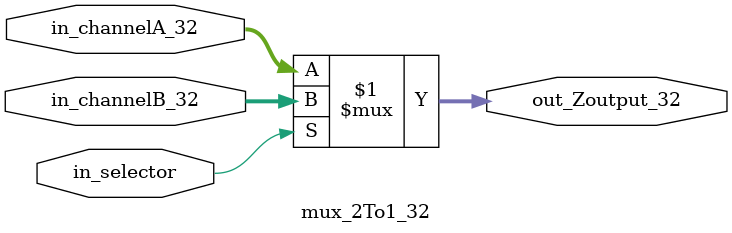
<source format=v>
/******************************************************************
* Description
*		This is a very simple multiplexor 2 to 1
*      with 32bit buses
* Version:
*	1.0
* Author:
*	Darío Arias Muñoz
* email:
*	darioaam@gmail.com
* Date:
*	12/03/2020
******************************************************************/
module mux_2To1_32
(
	input  [31:0] in_channelA_32,
	input  [31:0] in_channelB_32,
	input       in_selector,
	
	output [31:0] out_Zoutput_32
);


	assign out_Zoutput_32 = (in_selector) ? in_channelB_32 : in_channelA_32;

endmodule
//andgate//
</source>
